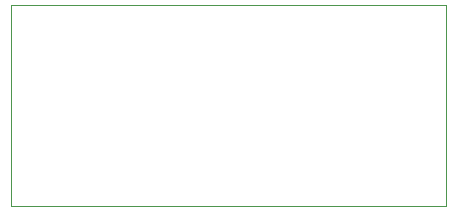
<source format=gbr>
%TF.GenerationSoftware,KiCad,Pcbnew,5.1.6-c6e7f7d~86~ubuntu18.04.1*%
%TF.CreationDate,2021-01-06T00:21:07-08:00*%
%TF.ProjectId,pmod_spdif,706d6f64-5f73-4706-9469-662e6b696361,rev?*%
%TF.SameCoordinates,Original*%
%TF.FileFunction,Profile,NP*%
%FSLAX46Y46*%
G04 Gerber Fmt 4.6, Leading zero omitted, Abs format (unit mm)*
G04 Created by KiCad (PCBNEW 5.1.6-c6e7f7d~86~ubuntu18.04.1) date 2021-01-06 00:21:07*
%MOMM*%
%LPD*%
G01*
G04 APERTURE LIST*
%TA.AperFunction,Profile*%
%ADD10C,0.050000*%
%TD*%
G04 APERTURE END LIST*
D10*
X166370000Y-69850000D02*
X166370000Y-52832000D01*
X129540000Y-69850000D02*
X166370000Y-69850000D01*
X129540000Y-52832000D02*
X129540000Y-69850000D01*
X166370000Y-52832000D02*
X129540000Y-52832000D01*
M02*

</source>
